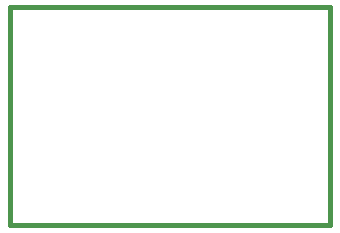
<source format=gbr>
G04 (created by PCBNEW-RS274X (2012-jan-04)-stable) date Fri 25 Jan 2013 15:52:51 CET*
G01*
G70*
G90*
%MOIN*%
G04 Gerber Fmt 3.4, Leading zero omitted, Abs format*
%FSLAX34Y34*%
G04 APERTURE LIST*
%ADD10C,0.006000*%
%ADD11C,0.015000*%
G04 APERTURE END LIST*
G54D10*
G54D11*
X56560Y-38400D02*
X67200Y-38400D01*
X56560Y-45660D02*
X56560Y-38400D01*
X67200Y-45660D02*
X56560Y-45660D01*
X67200Y-45600D02*
X67200Y-45650D01*
X67200Y-38400D02*
X67200Y-45600D01*
M02*

</source>
